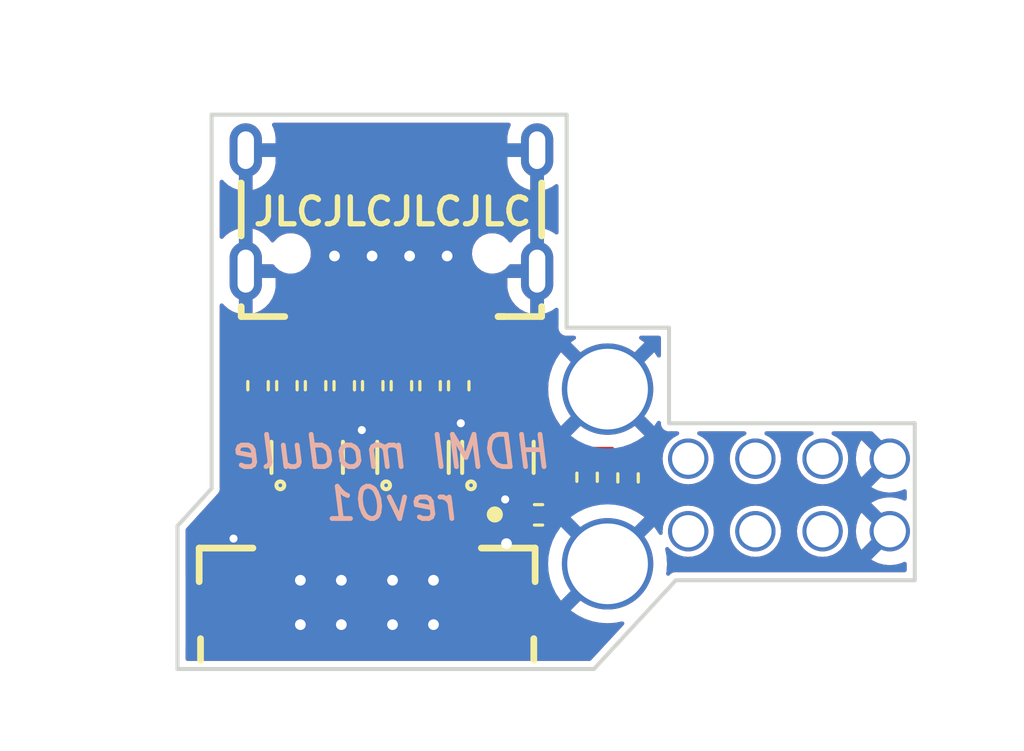
<source format=kicad_pcb>
(kicad_pcb (version 20221018) (generator pcbnew)
  (layers (0 "F.Cu" signal) (31 "B.Cu" signal) (34 "B.Paste" user) (35 "F.Paste" user) (36 "B.SilkS" user "B.Silkscreen") (37 "F.SilkS" user "F.Silkscreen") (38 "B.Mask" user) (39 "F.Mask" user) (44 "Edge.Cuts" user))
  (net 0 "")
  (net 1 "GND")
  (net 2 "TMDS_DATA2_+")
  (net 3 "TMDS_DATA2_-")
  (net 4 "TMDS_DATA1_+")
  (net 5 "TMDS_DATA1_-")
  (net 6 "TMDS_DATA0_+")
  (net 7 "TMDS_DATA0_-")
  (net 8 "TMDS_CLOCK_+")
  (net 9 "TMDS_CLOCK_-")
  (net 10 "+5V")
  (net 11 "SDA")
  (net 13 "Net-(J2-TMDS_DATA2+)")
  (net 15 "SCL")
  (net 22 "POWER_EDID")
  (net 23 "Net-(J2-TMDS_DATA2-)")
  (net 24 "Net-(J2-TMDS_DATA1+)")
  (net 25 "Net-(J2-TMDS_DATA1-)")
  (net 26 "Net-(J2-TMDS_DATA0+)")
  (net 27 "Net-(J2-TMDS_DATA0-)")
  (net 28 "Net-(J2-TMDS_CLOCK+)")
  (net 29 "Net-(J2-TMDS_CLOCK-)")
  (footprint "easyeda2kicad:HDMI-SMD_HDMI-201" (layer "F.Cu") (at 135.214 56.738 180)
    (fp_text reference "J2" hide)
    (fp_text value "HDMI-201" hide)
    (fp_line (start -5.59 -3.3) (end -5.59 -2.93) (stroke (width 0.25)) (layer "F.SilkS"))
    (fp_line (start -5.59 -0.3) (end -5.59 1.67) (stroke (width 0.25)) (layer "F.SilkS"))
    (fp_line (start -3.97 -3.3) (end -5.59 -3.3) (stroke (width 0.25)) (layer "F.SilkS"))
    (fp_line (start -3.97 -3.3) (end -4.19 -3.3) (stroke (width 0.25)) (layer "F.SilkS"))
    (fp_line (start 5.59 -3.3) (end 3.97 -3.3) (stroke (width 0.25)) (layer "F.SilkS"))
    (fp_line (start 5.59 -2.93) (end 5.59 -3.3) (stroke (width 0.25)) (layer "F.SilkS"))
    (fp_line (start 5.59 1.67) (end 5.59 -0.3) (stroke (width 0.25)) (layer "F.SilkS"))
    (pad "" np_thru_hole circle (at -3.75 -0.95 180) (size 1 1) (drill 1) (layers "F&B.Cu" "*.Mask"))
    (pad "" np_thru_hole circle (at 3.75 -0.95 180) (size 1 1) (drill 1) (layers "F&B.Cu" "*.Mask"))
    (pad "1" smd rect (at 3.6 -2.89 180) (size 0.2 1.35) (layers "F.Cu" "F.Paste" "F.Mask") (net 1 "GND"))
    (pad "2" smd rect (at 3.2 -2.89 180) (size 0.2 1.35) (layers "F.Cu" "F.Paste" "F.Mask") (net 13 "Net-(J2-TMDS_DATA2+)"))
    (pad "3" smd rect (at 2.8 -2.89 180) (size 0.2 1.35) (layers "F.Cu" "F.Paste" "F.Mask") (net 23 "Net-(J2-TMDS_DATA2-)"))
    (pad "4" smd rect (at 2.4 -2.89 180) (size 0.2 1.35) (layers "F.Cu" "F.Paste" "F.Mask") (net 1 "GND"))
    (pad "5" smd rect (at 2 -2.89 180) (size 0.2 1.35) (layers "F.Cu" "F.Paste" "F.Mask") (net 24 "Net-(J2-TMDS_DATA1+)"))
    (pad "6" smd rect (at 1.6 -2.89 180) (size 0.2 1.35) (layers "F.Cu" "F.Paste" "F.Mask") (net 25 "Net-(J2-TMDS_DATA1-)"))
    (pad "7" smd rect (at 1.2 -2.89 180) (size 0.2 1.35) (layers "F.Cu" "F.Paste" "F.Mask") (net 1 "GND"))
    (pad "8" smd rect (at 0.8 -2.89 180) (size 0.2 1.35) (layers "F.Cu" "F.Paste" "F.Mask") (net 26 "Net-(J2-TMDS_DATA0+)"))
    (pad "9" smd rect (at 0.4 -2.89 180) (size 0.2 1.35) (layers "F.Cu" "F.Paste" "F.Mask") (net 27 "Net-(J2-TMDS_DATA0-)"))
    (pad "10" smd rect (at 0 -2.89 180) (size 0.2 1.35) (layers "F.Cu" "F.Paste" "F.Mask") (net 1 "GND"))
    (pad "11" smd rect (at -0.4 -2.89 180) (size 0.2 1.35) (layers "F.Cu" "F.Paste" "F.Mask") (net 28 "Net-(J2-TMDS_CLOCK+)"))
    (pad "12" smd rect (at -0.8 -2.89 180) (size 0.2 1.35) (layers "F.Cu" "F.Paste" "F.Mask") (net 29 "Net-(J2-TMDS_CLOCK-)"))
    (pad "13" smd rect (at -1.2 -2.89 180) (size 0.2 1.35) (layers "F.Cu" "F.Paste" "F.Mask") (net 1 "GND"))
    (pad "14" smd rect (at -1.6 -2.89 180) (size 0.2 1.35) (layers "F.Cu" "F.Paste" "F.Mask"))
    (pad "15" smd rect (at -2 -2.89 180) (size 0.2 1.35) (layers "F.Cu" "F.Paste" "F.Mask") (net 15 "SCL"))
    (pad "16" smd rect (at -2.4 -2.89 180) (size 0.2 1.35) (layers "F.Cu" "F.Paste" "F.Mask") (net 11 "SDA"))
    (pad "17" smd rect (at -2.8 -2.89 180) (size 0.2 1.35) (layers "F.Cu" "F.Paste" "F.Mask"))
    (pad "18" smd rect (at -3.2 -2.89 180) (size 0.2 1.35) (layers "F.Cu" "F.Paste" "F.Mask") (net 22 "POWER_EDID"))
    (pad "19" smd rect (at -3.6 -2.89 180) (size 0.2 1.35) (layers "F.Cu" "F.Paste" "F.Mask"))
    (pad "20" thru_hole oval (at -5.42 -1.61 180) (size 1.2 2.2) (drill oval 0.6096 1.599997) (layers "*.Cu" "*.Mask") (net 1 "GND"))
    (pad "20" thru_hole oval (at -5.42 2.89 180) (size 1.2 2) (drill oval 0.6096 1.399997) (layers "*.Cu" "*.Mask") (net 1 "GND"))
    (pad "20" thru_hole oval (at 5.42 -1.61 180) (size 1.2 2.2) (drill oval 0.6096 1.599997) (layers "*.Cu" "*.Mask") (net 1 "GND"))
    (pad "20" thru_hole oval (at 5.42 2.89 180) (size 1.2 2) (drill oval 0.6096 1.399997) (layers "*.Cu" "*.Mask") (net 1 "GND"))
  )
  (footprint "Resistor_SMD:R_0402_1005Metric" (layer "F.Cu") (at 144.018 66.04 -90)
    (fp_text reference "R1" hide)
    (fp_text value "180" hide)
    (fp_line (start -0.153641 -0.38) (end 0.153641 -0.38) (stroke (width 0.12)) (layer "F.SilkS"))
    (fp_line (start -0.153641 0.38) (end 0.153641 0.38) (stroke (width 0.12)) (layer "F.SilkS"))
    (pad "1" smd roundrect (at -0.51 0 270) (size 0.54 0.64) (layers "F.Cu" "F.Paste" "F.Mask") (net 22 "POWER_EDID"))
    (pad "2" smd roundrect (at 0.51 0 270) (size 0.54 0.64) (layers "F.Cu" "F.Paste" "F.Mask") (net 10 "+5V"))
  )
  (footprint "Resistor_SMD:R_0402_1005Metric" (layer "F.Cu") (at 142.494 66.017 90)
    (fp_text reference "R2" hide)
    (fp_text value "10K" hide)
    (fp_line (start -0.153641 -0.38) (end 0.153641 -0.38) (stroke (width 0.12)) (layer "F.SilkS"))
    (fp_line (start -0.153641 0.38) (end 0.153641 0.38) (stroke (width 0.12)) (layer "F.SilkS"))
    (pad "1" smd roundrect (at -0.51 0 90) (size 0.54 0.64) (layers "F.Cu" "F.Paste" "F.Mask") (net 10 "+5V"))
    (pad "2" smd roundrect (at 0.51 0 90) (size 0.54 0.64) (layers "F.Cu" "F.Paste" "F.Mask") (net 11 "SDA"))
  )
  (footprint "Resistor_SMD:R_0402_1005Metric" (layer "F.Cu") (at 140.687381 67.416274)
    (fp_text reference "R3" hide)
    (fp_text value "10K")
    (fp_line (start -0.153641 -0.38) (end 0.153641 -0.38) (stroke (width 0.12)) (layer "F.SilkS"))
    (fp_line (start -0.153641 0.38) (end 0.153641 0.38) (stroke (width 0.12)) (layer "F.SilkS"))
    (pad "1" smd roundrect (at -0.51 0) (size 0.54 0.64) (layers "F.Cu" "F.Paste" "F.Mask") (net 15 "SCL"))
    (pad "2" smd roundrect (at 0.51 0) (size 0.54 0.64) (layers "F.Cu" "F.Paste" "F.Mask") (net 10 "+5V"))
  )
  (footprint "wiihdmi_pcb:Wii USB Port" (layer "F.Cu") (at 148.844 66.802)
    (fp_text reference "J3" hide)
    (fp_text value "Wii USB Pins" hide)
    (pad "1" thru_hole circle (at -2.588 -1.476) (size 1.5 1.5) (drill 1.2) (layers "*.Cu" "*.Mask"))
    (pad "2" thru_hole circle (at -2.588 1.224) (size 1.5 1.5) (drill 1.2) (layers "*.Cu" "*.Mask"))
    (pad "3" thru_hole circle (at -0.088 -1.476) (size 1.5 1.5) (drill 1.2) (layers "*.Cu" "*.Mask"))
    (pad "4" thru_hole circle (at -0.088 1.224) (size 1.5 1.5) (drill 1.2) (layers "*.Cu" "*.Mask"))
    (pad "5" thru_hole circle (at 2.412 -1.476) (size 1.5 1.5) (drill 1.2) (layers "*.Cu" "*.Mask"))
    (pad "6" thru_hole circle (at 2.412 1.224) (size 1.5 1.5) (drill 1.2) (layers "*.Cu" "*.Mask"))
    (pad "7" thru_hole circle (at 4.912 -1.476) (size 1.5 1.5) (drill 1.2) (layers "*.Cu" "*.Mask") (net 1 "GND"))
    (pad "8" thru_hole circle (at 4.912 1.224) (size 1.5 1.5) (drill 1.2) (layers "*.Cu" "*.Mask") (net 1 "GND"))
    (pad "9" thru_hole circle (at -5.588 -4.064) (size 3.4 3.4) (drill 3) (layers "*.Cu" "*.Mask") (net 1 "GND"))
    (pad "10" thru_hole circle (at -5.588 2.436) (size 3.4 3.4) (drill 3) (layers "*.Cu" "*.Mask") (net 1 "GND"))
  )
  (footprint "Resistor_SMD:R_0402_1005Metric" (layer "F.Cu") (at 136.652 62.611 90)
    (fp_text reference "R9" hide)
    (fp_text value "220" hide)
    (fp_line (start -0.153641 -0.38) (end 0.153641 -0.38) (stroke (width 0.12)) (layer "F.SilkS"))
    (fp_line (start -0.153641 0.38) (end 0.153641 0.38) (stroke (width 0.12)) (layer "F.SilkS"))
    (pad "1" smd roundrect (at -0.51 0 90) (size 0.54 0.64) (layers "F.Cu" "F.Paste" "F.Mask") (net 8 "TMDS_CLOCK_+"))
    (pad "2" smd roundrect (at 0.51 0 90) (size 0.54 0.64) (layers "F.Cu" "F.Paste" "F.Mask") (net 28 "Net-(J2-TMDS_CLOCK+)"))
  )
  (footprint "easyeda2kicad:DFN2510-10_L2.5-W1.0-P0.50-BL" (layer "F.Cu") (at 136.017 65.278)
    (fp_text reference "D2" hide)
    (fp_text value "H5VU25U" hide)
    (fp_line (start -1.33 0.58) (end -1.33 -0.58) (stroke (width 0.15)) (layer "F.SilkS"))
    (fp_line (start 1.33 0.58) (end 1.33 -0.58) (stroke (width 0.15)) (layer "F.SilkS"))
    (fp_circle (center -1 1.04) (end -0.93 1.04) (stroke (width 0.15)) (fill none) (layer "F.SilkS"))
    (pad "1" smd rect (at -1 0.43) (size 0.2 0.66) (layers "F.Cu" "F.Paste" "F.Mask") (net 6 "TMDS_DATA0_+"))
    (pad "2" smd rect (at -0.5 0.43) (size 0.2 0.66) (layers "F.Cu" "F.Paste" "F.Mask") (net 7 "TMDS_DATA0_-"))
    (pad "3" smd rect (at 0 0.43) (size 0.4 0.66) (layers "F.Cu" "F.Paste" "F.Mask") (net 1 "GND"))
    (pad "4" smd rect (at 0.5 0.43) (size 0.2 0.66) (layers "F.Cu" "F.Paste" "F.Mask") (net 8 "TMDS_CLOCK_+"))
    (pad "5" smd rect (at 1 0.43) (size 0.2 0.66) (layers "F.Cu" "F.Paste" "F.Mask") (net 9 "TMDS_CLOCK_-"))
    (pad "6" smd rect (at 1 -0.43) (size 0.2 0.66) (layers "F.Cu" "F.Paste" "F.Mask") (net 9 "TMDS_CLOCK_-"))
    (pad "7" smd rect (at 0.5 -0.43) (size 0.2 0.66) (layers "F.Cu" "F.Paste" "F.Mask") (net 8 "TMDS_CLOCK_+"))
    (pad "8" smd rect (at 0 -0.43) (size 0.4 0.66) (layers "F.Cu" "F.Paste" "F.Mask") (net 1 "GND"))
    (pad "9" smd rect (at -0.5 -0.43) (size 0.2 0.66) (layers "F.Cu" "F.Paste" "F.Mask") (net 7 "TMDS_DATA0_-"))
    (pad "10" smd rect (at -1 -0.43) (size 0.2 0.66) (layers "F.Cu" "F.Paste" "F.Mask") (net 6 "TMDS_DATA0_+"))
  )
  (footprint "easyeda2kicad:FPC-SMD_P0.50-16P_FGS-XJ-H2.0" (layer "F.Cu") (at 134.3108 69.6522 180)
    (fp_text reference "FPC1" hide)
    (fp_text value "AFC01-S16FCA-00" hide)
    (fp_line (start -6.25 -0.25) (end -6.25 1) (stroke (width 0.25)) (layer "F.SilkS"))
    (fp_line (start -6.25 1) (end -4.25 1) (stroke (width 0.25)) (layer "F.SilkS"))
    (fp_line (start -6.2 -2.37) (end -6.2 -3.175) (stroke (width 0.25)) (layer "F.SilkS"))
    (fp_line (start 6.2 -2.37) (end 6.2 -3.175) (stroke (width 0.25)) (layer "F.SilkS"))
    (fp_line (start 6.25 -0.25) (end 6.25 1) (stroke (width 0.25)) (layer "F.SilkS"))
    (fp_line (start 6.25 1) (end 4.25 1) (stroke (width 0.25)) (layer "F.SilkS"))
    (fp_circle (center -4.75 2.25) (end -4.6 2.25) (stroke (width 0.3)) (fill none) (layer "F.SilkS"))
    (pad "1" smd rect (at -3.75 1.34 180) (size 0.3 1.3) (layers "F.Cu" "F.Paste" "F.Mask") (net 1 "GND"))
    (pad "2" smd rect (at -3.25 1.34 180) (size 0.3 1.3) (layers "F.Cu" "F.Paste" "F.Mask") (net 10 "+5V"))
    (pad "3" smd rect (at -2.75 1.34 180) (size 0.3 1.3) (layers "F.Cu" "F.Paste" "F.Mask") (net 9 "TMDS_CLOCK_-"))
    (pad "4" smd rect (at -2.25 1.34 180) (size 0.3 1.3) (layers "F.Cu" "F.Paste" "F.Mask") (net 8 "TMDS_CLOCK_+"))
    (pad "5" smd rect (at -1.75 1.34 180) (size 0.3 1.3) (layers "F.Cu" "F.Paste" "F.Mask") (net 1 "GND"))
    (pad "6" smd rect (at -1.25 1.34 180) (size 0.3 1.3) (layers "F.Cu" "F.Paste" "F.Mask") (net 7 "TMDS_DATA0_-"))
    (pad "7" smd rect (at -0.75 1.34 180) (size 0.3 1.3) (layers "F.Cu" "F.Paste" "F.Mask") (net 6 "TMDS_DATA0_+"))
    (pad "8" smd rect (at -0.25 1.34 180) (size 0.3 1.3) (layers "F.Cu" "F.Paste" "F.Mask") (net 1 "GND"))
    (pad "9" smd rect (at 0.25 1.34 180) (size 0.3 1.3) (layers "F.Cu" "F.Paste" "F.Mask") (net 1 "GND"))
    (pad "10" smd rect (at 0.75 1.34 180) (size 0.3 1.3) (layers "F.Cu" "F.Paste" "F.Mask") (net 5 "TMDS_DATA1_-"))
    (pad "11" smd rect (at 1.25 1.34 180) (size 0.3 1.3) (layers "F.Cu" "F.Paste" "F.Mask") (net 4 "TMDS_DATA1_+"))
    (pad "12" smd rect (at 1.75 1.34 180) (size 0.3 1.3) (layers "F.Cu" "F.Paste" "F.Mask") (net 1 "GND"))
    (pad "13" smd rect (at 2.25 1.34 180) (size 0.3 1.3) (layers "F.Cu" "F.Paste" "F.Mask") (net 3 "TMDS_DATA2_-"))
    (pad "14" smd rect (at 2.75 1.34 180) (size 0.3 1.3) (layers "F.Cu" "F.Paste" "F.Mask") (net 2 "TMDS_DATA2_+"))
    (pad "15" smd rect (at 3.25 1.34 180) (size 0.3 1.3) (layers "F.Cu" "F.Paste" "F.Mask") (net 10 "+5V"))
    (pad "16" smd rect (at 3.75 1.34 180) (size 0.3 1.3) (layers "F.Cu" "F.Paste" "F.Mask") (net 1 "GND"))
    (pad "17" smd rect (at -5.45 -1.34 90) (size 1.6 2) (layers "F.Cu" "F.Paste" "F.Mask") (net 1 "GND"))
    (pad "18" smd rect (at 5.45 -1.34 90) (size 1.6 2) (layers "F.Cu" "F.Paste" "F.Mask") (net 1 "GND"))
  )
  (footprint "Resistor_SMD:R_0402_1005Metric" (layer "F.Cu") (at 135.5852 62.611 90)
    (fp_text reference "R8" hide)
    (fp_text value "220" hide)
    (fp_line (start -0.153641 -0.38) (end 0.153641 -0.38) (stroke (width 0.12)) (layer "F.SilkS"))
    (fp_line (start -0.153641 0.38) (end 0.153641 0.38) (stroke (width 0.12)) (layer "F.SilkS"))
    (pad "1" smd roundrect (at -0.51 0 90) (size 0.54 0.64) (layers "F.Cu" "F.Paste" "F.Mask") (net 7 "TMDS_DATA0_-"))
    (pad "2" smd roundrect (at 0.51 0 90) (size 0.54 0.64) (layers "F.Cu" "F.Paste" "F.Mask") (net 27 "Net-(J2-TMDS_DATA0-)"))
  )
  (footprint "Resistor_SMD:R_0402_1005Metric" (layer "F.Cu") (at 131.3248 62.611 90)
    (fp_text reference "R4" hide)
    (fp_text value "220" hide)
    (fp_line (start -0.153641 -0.38) (end 0.153641 -0.38) (stroke (width 0.12)) (layer "F.SilkS"))
    (fp_line (start -0.153641 0.38) (end 0.153641 0.38) (stroke (width 0.12)) (layer "F.SilkS"))
    (pad "1" smd roundrect (at -0.51 0 90) (size 0.54 0.64) (layers "F.Cu" "F.Paste" "F.Mask") (net 3 "TMDS_DATA2_-"))
    (pad "2" smd roundrect (at 0.51 0 90) (size 0.54 0.64) (layers "F.Cu" "F.Paste" "F.Mask") (net 23 "Net-(J2-TMDS_DATA2-)"))
  )
  (footprint "easyeda2kicad:DFN2510-10_L2.5-W1.0-P0.50-BL" (layer "F.Cu") (at 139.176 65.278)
    (fp_text reference "D3" hide)
    (fp_text value "H5VU25U" hide)
    (fp_line (start -1.33 0.58) (end -1.33 -0.58) (stroke (width 0.15)) (layer "F.SilkS"))
    (fp_line (start 1.33 0.58) (end 1.33 -0.58) (stroke (width 0.15)) (layer "F.SilkS"))
    (fp_circle (center -1 1.04) (end -0.93 1.04) (stroke (width 0.15)) (fill none) (layer "F.SilkS"))
    (pad "1" smd rect (at -1 0.43) (size 0.2 0.66) (layers "F.Cu" "F.Paste" "F.Mask"))
    (pad "2" smd rect (at -0.5 0.43) (size 0.2 0.66) (layers "F.Cu" "F.Paste" "F.Mask") (net 15 "SCL"))
    (pad "3" smd rect (at 0 0.43) (size 0.4 0.66) (layers "F.Cu" "F.Paste" "F.Mask") (net 1 "GND"))
    (pad "4" smd rect (at 0.5 0.43) (size 0.2 0.66) (layers "F.Cu" "F.Paste" "F.Mask") (net 11 "SDA"))
    (pad "5" smd rect (at 1 0.43) (size 0.2 0.66) (layers "F.Cu" "F.Paste" "F.Mask") (net 22 "POWER_EDID"))
    (pad "6" smd rect (at 1 -0.43) (size 0.2 0.66) (layers "F.Cu" "F.Paste" "F.Mask") (net 22 "POWER_EDID"))
    (pad "7" smd rect (at 0.5 -0.43) (size 0.2 0.66) (layers "F.Cu" "F.Paste" "F.Mask") (net 11 "SDA"))
    (pad "8" smd rect (at 0 -0.43) (size 0.4 0.66) (layers "F.Cu" "F.Paste" "F.Mask") (net 1 "GND"))
    (pad "9" smd rect (at -0.5 -0.43) (size 0.2 0.66) (layers "F.Cu" "F.Paste" "F.Mask") (net 15 "SCL"))
    (pad "10" smd rect (at -1 -0.43) (size 0.2 0.66) (layers "F.Cu" "F.Paste" "F.Mask"))
  )
  (footprint "easyeda2kicad:DFN2510-10_L2.5-W1.0-P0.50-BL" (layer "F.Cu") (at 132.08 65.278)
    (fp_text reference "D1" hide)
    (fp_text value "H5VU25U" hide)
    (fp_line (start -1.33 0.58) (end -1.33 -0.58) (stroke (width 0.15)) (layer "F.SilkS"))
    (fp_line (start 1.33 0.58) (end 1.33 -0.58) (stroke (width 0.15)) (layer "F.SilkS"))
    (fp_circle (center -1 1.04) (end -0.93 1.04) (stroke (width 0.15)) (fill none) (layer "F.SilkS"))
    (pad "1" smd rect (at -1 0.43) (size 0.2 0.66) (layers "F.Cu" "F.Paste" "F.Mask") (net 2 "TMDS_DATA2_+"))
    (pad "2" smd rect (at -0.5 0.43) (size 0.2 0.66) (layers "F.Cu" "F.Paste" "F.Mask") (net 3 "TMDS_DATA2_-"))
    (pad "3" smd rect (at 0 0.43) (size 0.4 0.66) (layers "F.Cu" "F.Paste" "F.Mask") (net 1 "GND"))
    (pad "4" smd rect (at 0.5 0.43) (size 0.2 0.66) (layers "F.Cu" "F.Paste" "F.Mask") (net 4 "TMDS_DATA1_+"))
    (pad "5" smd rect (at 1 0.43) (size 0.2 0.66) (layers "F.Cu" "F.Paste" "F.Mask") (net 5 "TMDS_DATA1_-"))
    (pad "6" smd rect (at 1 -0.43) (size 0.2 0.66) (layers "F.Cu" "F.Paste" "F.Mask") (net 5 "TMDS_DATA1_-"))
    (pad "7" smd rect (at 0.5 -0.43) (size 0.2 0.66) (layers "F.Cu" "F.Paste" "F.Mask") (net 4 "TMDS_DATA1_+"))
    (pad "8" smd rect (at 0 -0.43) (size 0.4 0.66) (layers "F.Cu" "F.Paste" "F.Mask") (net 1 "GND"))
    (pad "9" smd rect (at -0.5 -0.43) (size 0.2 0.66) (layers "F.Cu" "F.Paste" "F.Mask") (net 3 "TMDS_DATA2_-"))
    (pad "10" smd rect (at -1 -0.43) (size 0.2 0.66) (layers "F.Cu" "F.Paste" "F.Mask") (net 2 "TMDS_DATA2_+"))
  )
  (footprint "Resistor_SMD:R_0402_1005Metric" (layer "F.Cu") (at 137.7188 62.611 90)
    (fp_text reference "R10" hide)
    (fp_text value "220" hide)
    (fp_line (start -0.153641 -0.38) (end 0.153641 -0.38) (stroke (width 0.12)) (layer "F.SilkS"))
    (fp_line (start -0.153641 0.38) (end 0.153641 0.38) (stroke (width 0.12)) (layer "F.SilkS"))
    (pad "1" smd roundrect (at -0.51 0 90) (size 0.54 0.64) (layers "F.Cu" "F.Paste" "F.Mask") (net 9 "TMDS_CLOCK_-"))
    (pad "2" smd roundrect (at 0.51 0 90) (size 0.54 0.64) (layers "F.Cu" "F.Paste" "F.Mask") (net 29 "Net-(J2-TMDS_CLOCK-)"))
  )
  (footprint "Resistor_SMD:R_0402_1005Metric" (layer "F.Cu") (at 132.3916 62.611 90)
    (fp_text reference "R5" hide)
    (fp_text value "220" hide)
    (fp_line (start -0.153641 -0.38) (end 0.153641 -0.38) (stroke (width 0.12)) (layer "F.SilkS"))
    (fp_line (start -0.153641 0.38) (end 0.153641 0.38) (stroke (width 0.12)) (layer "F.SilkS"))
    (pad "1" smd roundrect (at -0.51 0 90) (size 0.54 0.64) (layers "F.Cu" "F.Paste" "F.Mask") (net 4 "TMDS_DATA1_+"))
    (pad "2" smd roundrect (at 0.51 0 90) (size 0.54 0.64) (layers "F.Cu" "F.Paste" "F.Mask") (net 24 "Net-(J2-TMDS_DATA1+)"))
  )
  (footprint "Resistor_SMD:R_0402_1005Metric" (layer "F.Cu") (at 134.5184 62.611 90)
    (fp_text reference "R7" hide)
    (fp_text value "220" hide)
    (fp_line (start -0.153641 -0.38) (end 0.153641 -0.38) (stroke (width 0.12)) (layer "F.SilkS"))
    (fp_line (start -0.153641 0.38) (end 0.153641 0.38) (stroke (width 0.12)) (layer "F.SilkS"))
    (pad "1" smd roundrect (at -0.51 0 90) (size 0.54 0.64) (layers "F.Cu" "F.Paste" "F.Mask") (net 6 "TMDS_DATA0_+"))
    (pad "2" smd roundrect (at 0.51 0 90) (size 0.54 0.64) (layers "F.Cu" "F.Paste" "F.Mask") (net 26 "Net-(J2-TMDS_DATA0+)"))
  )
  (footprint "Resistor_SMD:R_0402_1005Metric" (layer "F.Cu") (at 130.2512 62.611 90)
    (fp_text reference "R12" hide)
    (fp_text value "220" hide)
    (fp_line (start -0.153641 -0.38) (end 0.153641 -0.38) (stroke (width 0.12)) (layer "F.SilkS"))
    (fp_line (start -0.153641 0.38) (end 0.153641 0.38) (stroke (width 0.12)) (layer "F.SilkS"))
    (pad "1" smd roundrect (at -0.51 0 90) (size 0.54 0.64) (layers "F.Cu" "F.Paste" "F.Mask") (net 2 "TMDS_DATA2_+"))
    (pad "2" smd roundrect (at 0.51 0 90) (size 0.54 0.64) (layers "F.Cu" "F.Paste" "F.Mask") (net 13 "Net-(J2-TMDS_DATA2+)"))
  )
  (footprint "Resistor_SMD:R_0402_1005Metric" (layer "F.Cu") (at 133.4584 62.611 90)
    (fp_text reference "R6" hide)
    (fp_text value "220" hide)
    (fp_line (start -0.153641 -0.38) (end 0.153641 -0.38) (stroke (width 0.12)) (layer "F.SilkS"))
    (fp_line (start -0.153641 0.38) (end 0.153641 0.38) (stroke (width 0.12)) (layer "F.SilkS"))
    (pad "1" smd roundrect (at -0.51 0 90) (size 0.54 0.64) (layers "F.Cu" "F.Paste" "F.Mask") (net 5 "TMDS_DATA1_-"))
    (pad "2" smd roundrect (at 0.51 0 90) (size 0.54 0.64) (layers "F.Cu" "F.Paste" "F.Mask") (net 25 "Net-(J2-TMDS_DATA1-)"))
  )
  (gr_line (start 141.732 52.5272) (end 141.732 60.452) (stroke (width 0.15)) (layer "Edge.Cuts"))
  (gr_line (start 127.254 73.152) (end 142.748 73.152) (stroke (width 0.15)) (layer "Edge.Cuts"))
  (gr_line (start 145.542 64.008) (end 154.686 64.008) (stroke (width 0.15)) (layer "Edge.Cuts"))
  (gr_line (start 128.524 53.34) (end 128.524 52.5272) (stroke (width 0.15)) (layer "Edge.Cuts"))
  (gr_line (start 154.686 64.008) (end 154.686 69.85) (stroke (width 0.15)) (layer "Edge.Cuts"))
  (gr_line (start 128.524 66.4337) (end 128.524 53.34) (stroke (width 0.15)) (layer "Edge.Cuts"))
  (gr_line (start 145.796 69.85) (end 142.748 73.152) (stroke (width 0.15)) (layer "Edge.Cuts"))
  (gr_line (start 141.732 60.452) (end 145.542 60.452) (stroke (width 0.15)) (layer "Edge.Cuts"))
  (gr_line (start 128.524 52.5272) (end 141.732 52.5272) (stroke (width 0.15)) (layer "Edge.Cuts"))
  (gr_line (start 145.542 60.452) (end 145.542 64.008) (stroke (width 0.15)) (layer "Edge.Cuts"))
  (gr_line (start 154.686 69.85) (end 145.796 69.85) (stroke (width 0.15)) (layer "Edge.Cuts"))
  (gr_line (start 127.254 67.8307) (end 128.524 66.4337) (stroke (width 0.15)) (layer "Edge.Cuts"))
  (gr_line (start 127.254 67.8307) (end 127.254 73.152) (stroke (width 0.15)) (layer "Edge.Cuts"))
  (gr_text "HDMI module\nrev01" (at 135.255 66.04) (layer "B.SilkS") (effects (font (size 1.2 1.2) (thickness 0.18) italic) (justify mirror)))
  (gr_text "JLCJLCJLCJLC" (at 135.255 56.134) (layer "F.SilkS") (effects (font (size 1 1) (thickness 0.2) bold)))
  (segment (start 139.176 66.571774) (end 139.176 64.848) (width 0.15) (layer "F.Cu") (net 1))
  (segment (start 139.176 64.848) (end 139.176 65.708) (width 0.15) (layer "F.Cu") (net 1))
  (segment (start 139.446 66.841774) (end 139.176 66.571774) (width 0.15) (layer "F.Cu") (net 1))
  (via (at 131.826 69.85) (size 0.8) (drill 0.4) (layers "F.Cu" "B.Cu") (net 1))
  (via (at 139.446 66.841774) (size 0.6) (drill 0.3) (layers "F.Cu" "B.Cu") (net 1))
  (via (at 136.779 71.501) (size 0.8) (drill 0.4) (layers "F.Cu" "B.Cu") (net 1))
  (via (at 133.35 71.501) (size 0.8) (drill 0.4) (layers "F.Cu" "B.Cu") (net 1))
  (via (at 131.826 71.501) (size 0.8) (drill 0.4) (layers "F.Cu" "B.Cu") (net 1))
  (via (at 133.096 57.785) (size 0.8) (drill 0.4) (layers "F.Cu" "B.Cu") (net 1))
  (via (at 129.338822 68.298977) (size 0.6) (drill 0.3) (layers "F.Cu" "B.Cu") (net 1))
  (via (at 135.255 69.85) (size 0.8) (drill 0.4) (layers "F.Cu" "B.Cu") (net 1))
  (via (at 139.493767 68.487095) (size 0.8) (drill 0.4) (layers "F.Cu" "B.Cu") (net 1))
  (via (at 135.89 57.785) (size 0.8) (drill 0.4) (layers "F.Cu" "B.Cu") (net 1))
  (via (at 133.35 69.85) (size 0.8) (drill 0.4) (layers "F.Cu" "B.Cu") (net 1))
  (via (at 137.287 57.785) (size 0.8) (drill 0.4) (layers "F.Cu" "B.Cu") (net 1))
  (via (at 134.112 64.262) (size 0.6) (drill 0.3) (layers "F.Cu" "B.Cu") (net 1))
  (via (at 137.795 64.008) (size 0.6) (drill 0.3) (layers "F.Cu" "B.Cu") (net 1))
  (via (at 135.255 71.501) (size 0.8) (drill 0.4) (layers "F.Cu" "B.Cu") (net 1))
  (via (at 134.493 57.785) (size 0.8) (drill 0.4) (layers "F.Cu" "B.Cu") (net 1))
  (via (at 136.779 69.85) (size 0.8) (drill 0.4) (layers "F.Cu" "B.Cu") (net 1))
  (segment (start 131.08 63.897) (end 130.304 63.121) (width 0.15) (layer "F.Cu") (net 2))
  (segment (start 131.5608 68.3622) (end 131.5608 67.3623) (width 0.15) (layer "F.Cu") (net 2))
  (segment (start 131.5608 67.3623) (end 131.08 66.8815) (width 0.15) (layer "F.Cu") (net 2))
  (segment (start 131.08 65.708) (end 131.08 64.848) (width 0.15) (layer "F.Cu") (net 2))
  (segment (start 130.304 63.121) (end 130.2512 63.121) (width 0.15) (layer "F.Cu") (net 2))
  (segment (start 131.08 66.8815) (end 131.08 65.708) (width 0.15) (layer "F.Cu") (net 2))
  (segment (start 131.08 64.848) (end 131.08 63.897) (width 0.15) (layer "F.Cu") (net 2))
  (segment (start 132.0608 67.1638) (end 131.58 66.683) (width 0.15) (layer "F.Cu") (net 3))
  (segment (start 131.58 63.3762) (end 131.3248 63.121) (width 0.15) (layer "F.Cu") (net 3))
  (segment (start 132.0608 68.3622) (end 132.0608 67.1638) (width 0.15) (layer "F.Cu") (net 3))
  (segment (start 131.58 66.683) (end 131.58 65.708) (width 0.15) (layer "F.Cu") (net 3))
  (segment (start 131.58 64.848) (end 131.58 65.708) (width 0.15) (layer "F.Cu") (net 3))
  (segment (start 131.58 64.848) (end 131.58 63.3762) (width 0.15) (layer "F.Cu") (net 3))
  (segment (start 132.58 63.3094) (end 132.3916 63.121) (width 0.15) (layer "F.Cu") (net 4))
  (segment (start 133.0608 66.8938) (end 132.58 66.413) (width 0.15) (layer "F.Cu") (net 4))
  (segment (start 132.3916 63.2262) (end 132.3916 63.121) (width 0.15) (layer "F.Cu") (net 4))
  (segment (start 132.58 64.848) (end 132.58 63.3094) (width 0.15) (layer "F.Cu") (net 4))
  (segment (start 133.0608 68.3622) (end 133.0608 66.8938) (width 0.15) (layer "F.Cu") (net 4))
  (segment (start 132.58 64.848) (end 132.58 65.708) (width 0.15) (layer "F.Cu") (net 4))
  (segment (start 132.58 66.413) (end 132.58 65.708) (width 0.15) (layer "F.Cu") (net 4))
  (segment (start 133.5608 66.7588) (end 133.08 66.278) (width 0.15) (layer "F.Cu") (net 5))
  (segment (start 133.5608 68.3622) (end 133.5608 66.7588) (width 0.15) (layer "F.Cu") (net 5))
  (segment (start 133.08 64.848) (end 133.08 63.4994) (width 0.15) (layer "F.Cu") (net 5))
  (segment (start 133.08 63.4994) (end 133.4584 63.121) (width 0.15) (layer "F.Cu") (net 5))
  (segment (start 133.08 64.848) (end 133.08 65.708) (width 0.15) (layer "F.Cu") (net 5))
  (segment (start 133.08 66.278) (end 133.08 65.708) (width 0.15) (layer "F.Cu") (net 5))
  (segment (start 133.588 63.2506) (end 133.4584 63.121) (width 0.15) (layer "F.Cu") (net 5))
  (segment (start 135.017 64.848) (end 135.017 65.708) (width 0.15) (layer "F.Cu") (net 6))
  (segment (start 135.017 63.6196) (end 134.5184 63.121) (width 0.15) (layer "F.Cu") (net 6))
  (segment (start 135.0608 68.3622) (end 135.0608 65.7518) (width 0.15) (layer "F.Cu") (net 6))
  (segment (start 135.017 64.848) (end 135.017 63.6196) (width 0.15) (layer "F.Cu") (net 6))
  (segment (start 135.0608 65.7518) (end 135.017 65.708) (width 0.15) (layer "F.Cu") (net 6))
  (segment (start 135.517 63.1892) (end 135.5852 63.121) (width 0.15) (layer "F.Cu") (net 7))
  (segment (start 135.517 64.848) (end 135.517 65.708) (width 0.15) (layer "F.Cu") (net 7))
  (segment (start 135.517 64.848) (end 135.517 63.1892) (width 0.15) (layer "F.Cu") (net 7))
  (segment (start 135.517 65.708) (end 135.517 68.3184) (width 0.15) (layer "F.Cu") (net 7))
  (segment (start 135.517 68.3184) (end 135.5608 68.3622) (width 0.15) (layer "F.Cu") (net 7))
  (segment (start 136.517 65.708) (end 136.517 64.848) (width 0.15) (layer "F.Cu") (net 8))
  (segment (start 136.517 63.256) (end 136.652 63.121) (width 0.15) (layer "F.Cu") (net 8))
  (segment (start 136.5608 65.7518) (end 136.517 65.708) (width 0.15) (layer "F.Cu") (net 8))
  (segment (start 136.5608 68.3622) (end 136.5608 65.7518) (width 0.15) (layer "F.Cu") (net 8))
  (segment (start 136.517 64.848) (end 136.517 63.256) (width 0.15) (layer "F.Cu") (net 8))
  (segment (start 137.017 68.3184) (end 137.0608 68.3622) (width 0.15) (layer "F.Cu") (net 9))
  (segment (start 137.017 64.848) (end 137.017 63.8228) (width 0.15) (layer "F.Cu") (net 9))
  (segment (start 137.604285 63.121) (end 137.7188 63.121) (width 0.15) (layer "F.Cu") (net 9))
  (segment (start 137.017 65.708) (end 137.017 64.848) (width 0.15) (layer "F.Cu") (net 9))
  (segment (start 137.017 63.8228) (end 137.7188 63.121) (width 0.15) (layer "F.Cu") (net 9))
  (segment (start 137.017 65.708) (end 137.017 68.3184) (width 0.15) (layer "F.Cu") (net 9))
  (segment (start 141.172381 68.123619) (end 141.172381 67.416274) (width 0.25) (layer "F.Cu") (net 10))
  (segment (start 139.573 69.723) (end 141.172381 68.123619) (width 0.25) (layer "F.Cu") (net 10))
  (segment (start 137.5608 69.2622) (end 138.0216 69.723) (width 0.25) (layer "F.Cu") (net 10))
  (segment (start 131.649192 70.698497) (end 131.0608 70.110105) (width 0.25) (layer "F.Cu") (net 10))
  (segment (start 142.494 66.525) (end 144.018 66.525) (width 0.25) (layer "F.Cu") (net 10))
  (segment (start 141.6558 66.548) (end 142.494 66.548) (width 0.25) (layer "F.Cu") (net 10))
  (segment (start 136.955808 70.698497) (end 131.649192 70.698497) (width 0.25) (layer "F.Cu") (net 10))
  (segment (start 131.0608 70.110105) (end 131.0608 68.3122) (width 0.25) (layer "F.Cu") (net 10))
  (segment (start 137.5608 70.093505) (end 136.955808 70.698497) (width 0.25) (layer "F.Cu") (net 10))
  (segment (start 141.172381 67.416274) (end 141.172381 67.031419) (width 0.25) (layer "F.Cu") (net 10))
  (segment (start 141.172381 67.031419) (end 141.6558 66.548) (width 0.25) (layer "F.Cu") (net 10))
  (segment (start 138.0216 69.723) (end 139.573 69.723) (width 0.25) (layer "F.Cu") (net 10))
  (segment (start 137.5608 68.3122) (end 137.5608 69.2622) (width 0.25) (layer "F.Cu") (net 10))
  (segment (start 137.5608 68.3122) (end 137.5608 70.093505) (width 0.25) (layer "F.Cu") (net 10))
  (segment (start 139.676 66.188) (end 139.676 65.708) (width 0.15) (layer "F.Cu") (net 11))
  (segment (start 139.676 64.848) (end 139.7 64.824) (width 0.15) (layer "F.Cu") (net 11))
  (segment (start 142.494 65.507) (end 141.63 65.507) (width 0.15) (layer "F.Cu") (net 11))
  (segment (start 137.614 59.628) (end 137.614 60.398) (width 0.15) (layer "F.Cu") (net 11))
  (segment (start 139.676 64.848) (end 139.676 65.708) (width 0.15) (layer "F.Cu") (net 11))
  (segment (start 139.7 62.484) (end 137.614 60.398) (width 0.15) (layer "F.Cu") (net 11))
  (segment (start 141.63 65.507) (end 140.589 66.548) (width 0.15) (layer "F.Cu") (net 11))
  (segment (start 139.7 64.824) (end 139.7 62.484) (width 0.15) (layer "F.Cu") (net 11))
  (segment (start 140.589 66.548) (end 140.036 66.548) (width 0.15) (layer "F.Cu") (net 11))
  (segment (start 140.036 66.548) (end 139.676 66.188) (width 0.15) (layer "F.Cu") (net 11))
  (segment (start 130.4046 62.101) (end 132.014 60.4916) (width 0.15) (layer "F.Cu") (net 13))
  (segment (start 132.014 60.4916) (end 132.014 59.628) (width 0.15) (layer "F.Cu") (net 13))
  (segment (start 130.2512 62.101) (end 130.4046 62.101) (width 0.15) (layer "F.Cu") (net 13))
  (segment (start 138.676 66.9464) (end 138.676 65.708) (width 0.15) (layer "F.Cu") (net 15))
  (segment (start 138.701 62.0565) (end 137.214 60.5695) (width 0.15) (layer "F.Cu") (net 15))
  (segment (start 138.701 64.823) (end 138.701 62.0565) (width 0.15) (layer "F.Cu") (net 15))
  (segment (start 137.214 59.628) (end 137.214 60.5695) (width 0.15) (layer "F.Cu") (net 15))
  (segment (start 138.676 64.848) (end 138.701 64.823) (width 0.15) (layer "F.Cu") (net 15))
  (segment (start 140.177381 67.416274) (end 139.145874 67.416274) (width 0.15) (layer "F.Cu") (net 15))
  (segment (start 139.145874 67.416274) (end 138.676 66.9464) (width 0.15) (layer "F.Cu") (net 15))
  (segment (start 138.676 65.708) (end 138.676 64.848) (width 0.15) (layer "F.Cu") (net 15))
  (segment (start 140.176 64.848) (end 140.176 65.708) (width 0.15) (layer "F.Cu") (net 22))
  (segment (start 144.018 65.555) (end 143.42499 64.96199) (width 0.15) (layer "F.Cu") (net 22))
  (segment (start 138.414 59.628) (end 138.414 60.553) (width 0.15) (layer "F.Cu") (net 22))
  (segment (start 140.176 62.315) (end 140.176 64.848) (width 0.15) (layer "F.Cu") (net 22))
  (segment (start 140.667 65.708) (end 140.176 65.708) (width 0.15) (layer "F.Cu") (net 22))
  (segment (start 138.414 60.553) (end 140.176 62.315) (width 0.15) (layer "F.Cu") (net 22))
  (segment (start 141.41301 64.96199) (end 140.667 65.708) (width 0.15) (layer "F.Cu") (net 22))
  (segment (start 143.42499 64.96199) (end 141.41301 64.96199) (width 0.15) (layer "F.Cu") (net 22))
  (segment (start 131.3248 61.674569) (end 132.414 60.585369) (width 0.15) (layer "F.Cu") (net 23))
  (segment (start 131.3248 62.101) (end 131.3248 61.674569) (width 0.15) (layer "F.Cu") (net 23))
  (segment (start 132.414 60.585369) (end 132.414 59.628) (width 0.15) (layer "F.Cu") (net 23))
  (segment (start 132.3916 62.101) (end 132.4769 62.101) (width 0.15) (layer "F.Cu") (net 24))
  (segment (start 132.4769 62.101) (end 133.214 61.3639) (width 0.15) (layer "F.Cu") (net 24))
  (segment (start 133.214 61.3639) (end 133.214 59.628) (width 0.15) (layer "F.Cu") (net 24))
  (segment (start 133.614 61.9454) (end 133.614 59.628) (width 0.15) (layer "F.Cu") (net 25))
  (segment (start 133.4584 62.101) (end 133.614 61.9454) (width 0.15) (layer "F.Cu") (net 25))
  (segment (start 134.414 61.9966) (end 134.414 59.628) (width 0.15) (layer "F.Cu") (net 26))
  (segment (start 134.5184 62.101) (end 134.414 61.9966) (width 0.15) (layer "F.Cu") (net 26))
  (segment (start 135.507 62.101) (end 134.814 61.408) (width 0.15) (layer "F.Cu") (net 27))
  (segment (start 135.5852 62.101) (end 135.507 62.101) (width 0.15) (layer "F.Cu") (net 27))
  (segment (start 134.814 61.408) (end 134.814 59.628) (width 0.15) (layer "F.Cu") (net 27))
  (segment (start 135.614 60.684) (end 135.614 59.628) (width 0.15) (layer "F.Cu") (net 28))
  (segment (start 136.652 61.722) (end 135.614 60.684) (width 0.15) (layer "F.Cu") (net 28))
  (segment (start 136.652 62.101) (end 136.652 61.722) (width 0.15) (layer "F.Cu") (net 28))
  (segment (start 137.6289 62.101) (end 136.014 60.4861) (width 0.15) (layer "F.Cu") (net 29))
  (segment (start 137.7188 62.101) (end 137.6289 62.101) (width 0.15) (layer "F.Cu") (net 29))
  (segment (start 136.014 60.4861) (end 136.014 59.628) (width 0.15) (layer "F.Cu") (net 29))
  (zone (net 1) (net_name "GND") (layers "F&B.Cu") (priority 1) (connect_pads (clearance 0.175)) (min_thickness 0.15) (fill yes (thermal_gap 0.508) (thermal_bridge_width 0.508))
    (polygon (pts (xy 120.65 48.26) (xy 158.75 48.26) (xy 158.75 76.2) (xy 120.65 76.2)))
  )
)
</source>
